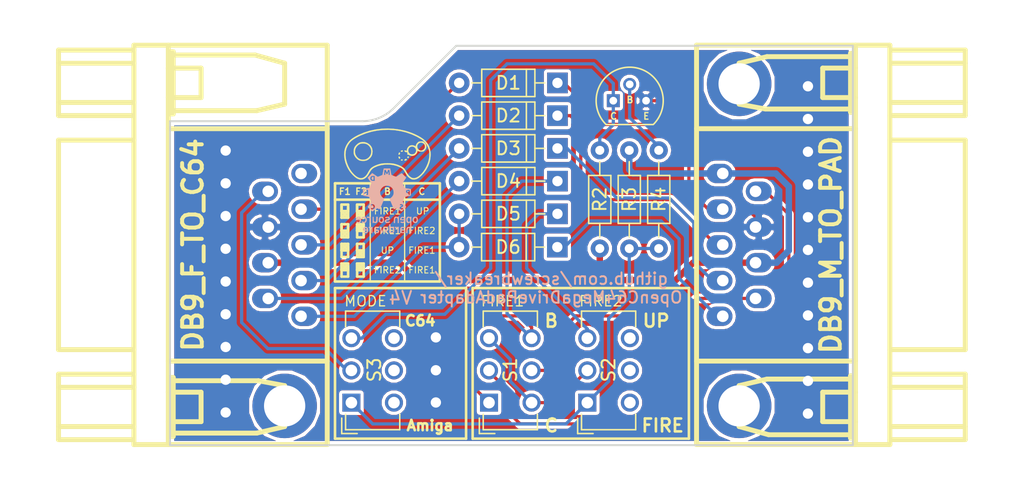
<source format=kicad_pcb>
(kicad_pcb (version 20171130) (host pcbnew 5.0.2-bee76a0~70~ubuntu16.04.1)
  (title_block (title OpenC64MegaDrivePadAdapter) (date 2019-01-07) (rev 4) (company screwbreaker))
  (layers (0 F.Cu signal) (31 B.Cu signal) (36 B.SilkS user) (37 F.SilkS user) (38 B.Mask user) (39 F.Mask user) (44 Edge.Cuts user))
  (net 0 "")
  (net 1 /up)
  (net 2 /down)
  (net 3 /left)
  (net 4 "Net-(D4-Pad1)")
  (net 5 /right)
  (net 6 "Net-(D5-Pad1)")
  (net 7 /fire)
  (net 8 +5V)
  (net 9 "Net-(Q1-Pad2)")
  (net 10 /md_up)
  (net 11 /md_c/~st)
  (net 12 /md_b/~a)
  (net 13 /pot_x)
  (net 14 /pot_y)
  (net 15 GND)
  (net 16 "Net-(Q1-Pad1)")
  (net 17 "Net-(S1-Pad3)")
  (net 18 "Net-(S2-Pad6)")
  (net 19 "Net-(S2-Pad5)")
  (net 20 "Net-(S2-Pad4)")
  (net 21 "Net-(R3-Pad1)")
  (net 22 "Net-(S3-Pad6)")
  (net 23 "Net-(S3-Pad5)")
  (net 24 "Net-(S3-Pad4)")
  (net 25 /md_left)
  (net 26 /md_right)
  (net 27 /md_down)
  (module OpenC64MegaDrivePadAdapter:LOGO (layer F.Cu) (at 151.892 96.774)
    (fp_text reference V1 hide)
    (fp_text value PAD_LOGO hide)
  )
  (module OpenC64MegaDrivePadAdapter:oshw (layer B.Cu) (at 151.8285 100.457 180)
    (fp_text reference V2 hide)
    (fp_text value OSHW hide)
  )
  (module Buttons_Switches_THT:SW_CuK_JS202011CQN_DPDT_Straight (layer F.Cu) (at 167.386 116.078 90)
    (fp_text reference S2 (at 2.54 1.651 90) (layer F.SilkS))
    (fp_text value JS202011CQN)
    (pad 6 thru_hole circle (at 5 3.3 90) (size 1.4 1.4) (drill 0.9) (layers *.Cu *.Mask) (net 18 "Net-(S2-Pad6)"))
    (pad 5 thru_hole circle (at 2.5 3.3 90) (size 1.4 1.4) (drill 0.9) (layers *.Cu *.Mask) (net 19 "Net-(S2-Pad5)"))
    (pad 4 thru_hole circle (at 0 3.3 90) (size 1.4 1.4) (drill 0.9) (layers *.Cu *.Mask) (net 20 "Net-(S2-Pad4)"))
    (pad 3 thru_hole circle (at 5 0 90) (size 1.4 1.4) (drill 0.9) (layers *.Cu *.Mask) (net 6 "Net-(D5-Pad1)"))
    (pad 2 thru_hole circle (at 2.5 0 90) (size 1.4 1.4) (drill 0.9) (layers *.Cu *.Mask) (net 17 "Net-(S1-Pad3)"))
    (pad 1 thru_hole rect (at 0 0 90) (size 1.4 1.4) (drill 0.9) (layers *.Cu *.Mask) (net 21 "Net-(R3-Pad1)"))
  )
  (module Buttons_Switches_THT:SW_CuK_JS202011CQN_DPDT_Straight (layer F.Cu) (at 149.098 116.078 90)
    (fp_text reference S3 (at 2.54 1.778 90) (layer F.SilkS))
    (fp_text value JS202011CQN)
    (pad 6 thru_hole circle (at 5 3.3 90) (size 1.4 1.4) (drill 0.9) (layers *.Cu *.Mask) (net 22 "Net-(S3-Pad6)"))
    (pad 5 thru_hole circle (at 2.5 3.3 90) (size 1.4 1.4) (drill 0.9) (layers *.Cu *.Mask) (net 23 "Net-(S3-Pad5)"))
    (pad 4 thru_hole circle (at 0 3.3 90) (size 1.4 1.4) (drill 0.9) (layers *.Cu *.Mask) (net 24 "Net-(S3-Pad4)"))
    (pad 3 thru_hole circle (at 5 0 90) (size 1.4 1.4) (drill 0.9) (layers *.Cu *.Mask) (net 16 "Net-(Q1-Pad1)"))
    (pad 2 thru_hole circle (at 2.5 0 90) (size 1.4 1.4) (drill 0.9) (layers *.Cu *.Mask) (net 13 /pot_x))
    (pad 1 thru_hole rect (at 0 0 90) (size 1.4 1.4) (drill 0.9) (layers *.Cu *.Mask) (net 21 "Net-(R3-Pad1)"))
  )
  (module Buttons_Switches_THT:SW_CuK_JS202011CQN_DPDT_Straight (layer F.Cu) (at 159.766 116.078 90)
    (fp_text reference S1 (at 2.54 1.651 90) (layer F.SilkS))
    (fp_text value JS202011CQN)
    (pad 6 thru_hole circle (at 5 3.3 90) (size 1.4 1.4) (drill 0.9) (layers *.Cu *.Mask) (net 4 "Net-(D4-Pad1)"))
    (pad 5 thru_hole circle (at 2.5 3.3 90) (size 1.4 1.4) (drill 0.9) (layers *.Cu *.Mask) (net 12 /md_b/~a))
    (pad 4 thru_hole circle (at 0 3.3 90) (size 1.4 1.4) (drill 0.9) (layers *.Cu *.Mask) (net 17 "Net-(S1-Pad3)"))
    (pad 3 thru_hole circle (at 5 0 90) (size 1.4 1.4) (drill 0.9) (layers *.Cu *.Mask) (net 17 "Net-(S1-Pad3)"))
    (pad 2 thru_hole circle (at 2.5 0 90) (size 1.4 1.4) (drill 0.9) (layers *.Cu *.Mask) (net 11 /md_c/~st))
    (pad 1 thru_hole rect (at 0 0 90) (size 1.4 1.4) (drill 0.9) (layers *.Cu *.Mask) (net 4 "Net-(D4-Pad1)"))
  )
  (module Diodes_THT:D_DO-35_SOD27_P7.62mm_Horizontal (layer F.Cu) (at 165.06 104.01 180)
    (fp_text reference D6 (at 3.81 0 180) (layer F.SilkS))
    (fp_text value 1N4148)
    (pad 2 thru_hole oval (at 7.62 0 180) (size 1.6 1.6) (drill 0.8) (layers *.Cu *.Mask) (net 1 /up))
    (pad 1 thru_hole rect (at 0 0 180) (size 1.6 1.6) (drill 0.8) (layers *.Cu *.Mask) (net 10 /md_up))
  )
  (module Resistors_THT:R_Axial_DIN0204_L3.6mm_D1.6mm_P7.62mm_Horizontal (layer F.Cu) (at 170.638 104.12 90)
    (fp_text reference R3 (at 3.81 0 90) (layer F.SilkS))
    (fp_text value 10k)
    (pad 1 thru_hole circle (at 0 0 90) (size 1.4 1.4) (drill 0.7) (layers *.Cu *.Mask) (net 21 "Net-(R3-Pad1)"))
    (pad 2 thru_hole oval (at 7.62 0 90) (size 1.4 1.4) (drill 0.7) (layers *.Cu *.Mask) (net 8 +5V))
  )
  (module Diodes_THT:D_DO-35_SOD27_P7.62mm_Horizontal (layer F.Cu) (at 165.072 91.27 180)
    (fp_text reference D1 (at 3.81 0 180) (layer F.SilkS))
    (fp_text value 1N4148)
    (pad 1 thru_hole rect (at 0 0 180) (size 1.6 1.6) (drill 0.8) (layers *.Cu *.Mask) (net 26 /md_right))
    (pad 2 thru_hole oval (at 7.62 0 180) (size 1.6 1.6) (drill 0.8) (layers *.Cu *.Mask) (net 5 /right))
  )
  (module Diodes_THT:D_DO-35_SOD27_P7.62mm_Horizontal (layer F.Cu) (at 165.072 93.81 180)
    (fp_text reference D2 (at 3.81 0 180) (layer F.SilkS))
    (fp_text value 1N4148)
    (pad 1 thru_hole rect (at 0 0 180) (size 1.6 1.6) (drill 0.8) (layers *.Cu *.Mask) (net 25 /md_left))
    (pad 2 thru_hole oval (at 7.62 0 180) (size 1.6 1.6) (drill 0.8) (layers *.Cu *.Mask) (net 3 /left))
  )
  (module Diodes_THT:D_DO-35_SOD27_P7.62mm_Horizontal (layer F.Cu) (at 165.072 96.35 180)
    (fp_text reference D3 (at 3.81 0 180) (layer F.SilkS))
    (fp_text value 1N4148)
    (pad 1 thru_hole rect (at 0 0 180) (size 1.6 1.6) (drill 0.8) (layers *.Cu *.Mask) (net 27 /md_down))
    (pad 2 thru_hole oval (at 7.62 0 180) (size 1.6 1.6) (drill 0.8) (layers *.Cu *.Mask) (net 2 /down))
  )
  (module Diodes_THT:D_DO-35_SOD27_P7.62mm_Horizontal (layer F.Cu) (at 165.072 101.43 180)
    (fp_text reference D5 (at 3.81 0 180) (layer F.SilkS))
    (fp_text value 1N4148)
    (pad 1 thru_hole rect (at 0 0 180) (size 1.6 1.6) (drill 0.8) (layers *.Cu *.Mask) (net 6 "Net-(D5-Pad1)"))
    (pad 2 thru_hole oval (at 7.62 0 180) (size 1.6 1.6) (drill 0.8) (layers *.Cu *.Mask) (net 1 /up))
  )
  (module Diodes_THT:D_DO-35_SOD27_P7.62mm_Horizontal (layer F.Cu) (at 165.072 98.89 180)
    (fp_text reference D4 (at 3.81 0 180) (layer F.SilkS))
    (fp_text value 1N4148)
    (pad 1 thru_hole rect (at 0 0 180) (size 1.6 1.6) (drill 0.8) (layers *.Cu *.Mask) (net 4 "Net-(D4-Pad1)"))
    (pad 2 thru_hole oval (at 7.62 0 180) (size 1.6 1.6) (drill 0.8) (layers *.Cu *.Mask) (net 7 /fire))
  )
  (module TO_SOT_Packages_THT:TO-92_Molded_Narrow (layer F.Cu) (at 169.4 92.65)
    (fp_text reference Q1 hide)
    (fp_text value BC547)
    (pad 2 thru_hole circle (at 1.27 -1.27 90) (size 1 1) (drill 0.6) (layers *.Cu *.Mask) (net 9 "Net-(Q1-Pad2)"))
    (pad 3 thru_hole circle (at 2.54 0 90) (size 1 1) (drill 0.6) (layers *.Cu *.Mask) (net 15 GND))
    (pad 1 thru_hole rect (at 0 0 90) (size 1 1) (drill 0.6) (layers *.Cu *.Mask) (net 16 "Net-(Q1-Pad1)"))
  )
  (module Resistors_THT:R_Axial_DIN0204_L3.6mm_D1.6mm_P7.62mm_Horizontal (layer F.Cu) (at 168.352 104.12 90)
    (fp_text reference R2 (at 3.81 0 90) (layer F.SilkS))
    (fp_text value 2.2k)
    (pad 1 thru_hole circle (at 0 0 90) (size 1.4 1.4) (drill 0.7) (layers *.Cu *.Mask) (net 8 +5V))
    (pad 2 thru_hole oval (at 7.62 0 90) (size 1.4 1.4) (drill 0.7) (layers *.Cu *.Mask) (net 16 "Net-(Q1-Pad1)"))
  )
  (module Resistors_THT:R_Axial_DIN0204_L3.6mm_D1.6mm_P7.62mm_Horizontal (layer F.Cu) (at 172.924 104.12 90)
    (fp_text reference R4 (at 3.81 0 90) (layer F.SilkS))
    (fp_text value 100k)
    (pad 1 thru_hole circle (at 0 0 90) (size 1.4 1.4) (drill 0.7) (layers *.Cu *.Mask) (net 21 "Net-(R3-Pad1)"))
    (pad 2 thru_hole oval (at 7.62 0 90) (size 1.4 1.4) (drill 0.7) (layers *.Cu *.Mask) (net 9 "Net-(Q1-Pad2)"))
  )
  (module db9:DB_9F (layer F.Cu) (at 136.812 103.83774 270)
    (fp_text reference J10)
    (fp_text value DB9_F_TO_C64 (at 0 0 270) (layer F.SilkS) (effects (font (size 1.524 1.524) (thickness 0.3048))))
    (pad "" thru_hole circle (at 12.49426 -7.112 270) (size 5.00126 5.00126) (drill 3.2004) (layers *.Cu *.Mask))
    (pad 3 thru_hole oval (at 0 -8.382 270) (size 1.50114 1.99898) (drill 0.89916 (offset 0 -0.24892)) (layers *.Cu *.Mask) (net 3 /left))
    (pad 2 thru_hole oval (at 2.77114 -8.382 270) (size 1.50114 1.99898) (drill 0.89916 (offset 0 -0.24892)) (layers *.Cu *.Mask) (net 2 /down))
    (pad 1 thru_hole oval (at 5.53974 -8.382 270) (size 1.50114 1.99898) (drill 0.89916 (offset 0 -0.24892)) (layers *.Cu *.Mask) (net 1 /up))
    (pad 4 thru_hole oval (at -2.77114 -8.382 270) (size 1.50114 1.99898) (drill 0.89916 (offset 0 -0.24892)) (layers *.Cu *.Mask) (net 5 /right))
    (pad 5 thru_hole oval (at -5.53974 -8.382 270) (size 1.50114 1.99898) (drill 0.89916 (offset 0 -0.24892)) (layers *.Cu *.Mask) (net 14 /pot_y))
    (pad 9 thru_hole oval (at -4.15544 -5.842 270) (size 1.50114 1.99898) (drill 0.89916 (offset 0 0.24892)) (layers *.Cu *.Mask) (net 13 /pot_x))
    (pad 8 thru_hole oval (at -1.3843 -5.842 270) (size 1.50114 1.99898) (drill 0.89916 (offset 0 0.24892)) (layers *.Cu *.Mask) (net 15 GND))
    (pad 7 thru_hole oval (at 1.3843 -5.842 270) (size 1.50114 1.99898) (drill 0.89916 (offset 0 0.24892)) (layers *.Cu *.Mask) (net 8 +5V))
    (pad 6 thru_hole oval (at 4.15544 -5.842 270) (size 1.50114 1.99898) (drill 0.89916 (offset 0 0.24892)) (layers *.Cu *.Mask) (net 7 /fire))
  )
  (module w_conn_d-sub:DB_9M (layer F.Cu) (at 186.266 103.8363 90)
    (fp_text reference J20)
    (fp_text value DB9_M_TO_PAD (at 0 0 90) (layer F.SilkS) (effects (font (size 1.524 1.524) (thickness 0.3048))))
    (pad "" thru_hole circle (at -12.49426 -7.112 90) (size 5.00126 5.00126) (drill 3.2004) (layers *.Cu *.Mask))
    (pad 9 thru_hole oval (at 4.15544 -5.842 90) (size 1.50114 1.99898) (drill 0.89916 (offset 0 0.24892)) (layers *.Cu *.Mask) (net 11 /md_c/~st))
    (pad 8 thru_hole oval (at 1.3843 -5.842 90) (size 1.50114 1.99898) (drill 0.89916 (offset 0 0.24892)) (layers *.Cu *.Mask) (net 15 GND))
    (pad 7 thru_hole oval (at -1.3843 -5.842 90) (size 1.50114 1.99898) (drill 0.89916 (offset 0 0.24892)) (layers *.Cu *.Mask) (net 8 +5V))
    (pad 6 thru_hole oval (at -4.15544 -5.842 90) (size 1.50114 1.99898) (drill 0.89916 (offset 0 0.24892)) (layers *.Cu *.Mask) (net 12 /md_b/~a))
    (pad 1 thru_hole oval (at -5.53974 -8.382 90) (size 1.50114 1.99898) (drill 0.89916 (offset 0 -0.24892)) (layers *.Cu *.Mask) (net 10 /md_up))
    (pad 2 thru_hole oval (at -2.77114 -8.382 90) (size 1.50114 1.99898) (drill 0.89916 (offset 0 -0.24892)) (layers *.Cu *.Mask) (net 27 /md_down))
    (pad 5 thru_hole oval (at 5.53974 -8.382 90) (size 1.50114 1.99898) (drill 0.89916 (offset 0 -0.24892)) (layers *.Cu *.Mask) (net 8 +5V))
    (pad 4 thru_hole oval (at 2.77114 -8.382 90) (size 1.50114 1.99898) (drill 0.89916 (offset 0 -0.24892)) (layers *.Cu *.Mask) (net 26 /md_right))
    (pad 3 thru_hole oval (at 0 -8.382 90) (size 1.50114 1.99898) (drill 0.89916 (offset 0 -0.24892)) (layers *.Cu *.Mask) (net 25 /md_left))
    (pad "" thru_hole circle (at 12.49426 -7.112 90) (size 5.00126 5.00126) (drill 3.2004) (layers *.Cu *.Mask))
  )
  (gr_text FIRE2 (at 151.892 105.791) (layer F.SilkS) (effects (font (size 0.5 0.5) (thickness 0.075))))
  (gr_text FIRE1 (at 154.559 105.791) (layer F.SilkS) (effects (font (size 0.5 0.5) (thickness 0.075))))
  (gr_text UP (at 151.892 104.267) (layer F.SilkS) (effects (font (size 0.5 0.5) (thickness 0.075))))
  (gr_text FIRE1 (at 154.559 104.267) (layer F.SilkS) (effects (font (size 0.5 0.5) (thickness 0.075))))
  (gr_text FIRE2 (at 154.559 102.743) (layer F.SilkS) (effects (font (size 0.5 0.5) (thickness 0.075))))
  (gr_text FIRE1 (at 151.892 102.743) (layer F.SilkS) (effects (font (size 0.5 0.5) (thickness 0.075))))
  (gr_text UP (at 154.6225 101.219) (layer F.SilkS) (effects (font (size 0.5 0.5) (thickness 0.075))))
  (gr_text FIRE1 (at 151.892 101.219) (layer F.SilkS) (effects (font (size 0.5 0.5) (thickness 0.075))))
  (gr_line (start 153.2255 99.06) (end 153.2255 106.68) (layer F.SilkS) (width 0.1))
  (gr_line (start 149.5425 101.219) (end 150.0505 101.727) (layer F.SilkS) (width 0.2))
  (gr_line (start 149.6695 101.6) (end 150.0505 101.219) (layer F.SilkS) (width 0.2))
  (gr_line (start 148.336 101.219) (end 148.844 101.727) (layer F.SilkS) (width 0.2))
  (gr_line (start 148.844 101.219) (end 148.336 101.727) (layer F.SilkS) (width 0.2))
  (gr_line (start 148.336 102.743) (end 148.844 103.251) (layer F.SilkS) (width 0.2))
  (gr_line (start 148.844 102.743) (end 148.336 103.251) (layer F.SilkS) (width 0.2))
  (gr_line (start 148.336 104.267) (end 148.844 103.759) (layer F.SilkS) (width 0.2))
  (gr_line (start 148.844 104.267) (end 148.336 103.759) (layer F.SilkS) (width 0.2))
  (gr_line (start 150.0505 104.775) (end 149.5425 104.267) (layer F.SilkS) (width 0.2))
  (gr_line (start 149.5425 104.775) (end 150.0505 104.267) (layer F.SilkS) (width 0.2))
  (gr_line (start 150.0505 104.775) (end 149.6695 104.775) (layer F.SilkS) (width 0.2))
  (gr_line (start 148.844 101.219) (end 148.336 101.219) (layer F.SilkS) (width 0.2))
  (gr_line (start 149.5425 101.727) (end 150.0505 101.727) (layer F.SilkS) (width 0.2))
  (gr_line (start 150.0505 101.727) (end 150.0505 100.711) (layer F.SilkS) (width 0.2))
  (gr_line (start 150.0505 100.711) (end 149.7965 100.711) (layer F.SilkS) (width 0.2))
  (gr_line (start 150.0505 101.219) (end 150.0505 100.965) (layer F.SilkS) (width 0.2))
  (gr_line (start 149.5425 100.711) (end 149.5425 101.727) (layer F.SilkS) (width 0.2))
  (gr_line (start 148.336 101.219) (end 148.844 101.219) (layer F.SilkS) (width 0.2))
  (gr_line (start 148.844 101.727) (end 148.844 100.711) (layer F.SilkS) (width 0.2))
  (gr_line (start 150.0505 101.219) (end 149.5425 101.219) (layer F.SilkS) (width 0.2))
  (gr_line (start 148.844 101.219) (end 148.844 100.965) (layer F.SilkS) (width 0.2))
  (gr_line (start 148.336 100.711) (end 148.336 101.219) (layer F.SilkS) (width 0.2))
  (gr_line (start 148.336 101.727) (end 148.844 101.727) (layer F.SilkS) (width 0.2))
  (gr_line (start 149.5425 100.711) (end 149.5425 101.219) (layer F.SilkS) (width 0.2))
  (gr_line (start 148.844 100.711) (end 148.59 100.711) (layer F.SilkS) (width 0.2))
  (gr_line (start 148.336 100.711) (end 148.336 101.727) (layer F.SilkS) (width 0.2))
  (gr_line (start 148.59 100.711) (end 148.336 100.711) (layer F.SilkS) (width 0.2))
  (gr_line (start 149.7965 100.711) (end 149.5425 100.711) (layer F.SilkS) (width 0.2))
  (gr_line (start 149.5425 101.219) (end 150.0505 101.219) (layer F.SilkS) (width 0.2))
  (gr_line (start 148.59 102.235) (end 148.336 102.235) (layer F.SilkS) (width 0.2))
  (gr_line (start 149.5425 102.743) (end 150.0505 102.743) (layer F.SilkS) (width 0.2))
  (gr_line (start 148.336 102.235) (end 148.336 102.743) (layer F.SilkS) (width 0.2))
  (gr_line (start 148.844 102.743) (end 148.844 102.489) (layer F.SilkS) (width 0.2))
  (gr_line (start 149.5425 102.235) (end 150.0505 102.743) (layer F.SilkS) (width 0.2))
  (gr_line (start 148.844 102.743) (end 148.336 102.743) (layer F.SilkS) (width 0.2))
  (gr_line (start 150.0505 103.251) (end 150.0505 102.235) (layer F.SilkS) (width 0.2))
  (gr_line (start 149.5425 102.235) (end 149.5425 103.251) (layer F.SilkS) (width 0.2))
  (gr_line (start 148.336 102.235) (end 148.336 103.251) (layer F.SilkS) (width 0.2))
  (gr_line (start 149.5425 102.743) (end 150.0505 102.235) (layer F.SilkS) (width 0.2))
  (gr_line (start 150.0505 102.743) (end 149.5425 102.743) (layer F.SilkS) (width 0.2))
  (gr_line (start 149.5425 102.235) (end 149.5425 102.743) (layer F.SilkS) (width 0.2))
  (gr_line (start 148.336 102.743) (end 148.844 102.743) (layer F.SilkS) (width 0.2))
  (gr_line (start 148.336 103.251) (end 148.844 103.251) (layer F.SilkS) (width 0.2))
  (gr_line (start 149.7965 102.235) (end 149.5425 102.235) (layer F.SilkS) (width 0.2))
  (gr_line (start 148.844 102.235) (end 148.59 102.235) (layer F.SilkS) (width 0.2))
  (gr_line (start 149.5425 103.251) (end 150.0505 103.251) (layer F.SilkS) (width 0.2))
  (gr_line (start 148.844 103.251) (end 148.844 102.235) (layer F.SilkS) (width 0.2))
  (gr_line (start 150.0505 102.743) (end 150.0505 102.489) (layer F.SilkS) (width 0.2))
  (gr_line (start 150.0505 102.235) (end 149.7965 102.235) (layer F.SilkS) (width 0.2))
  (gr_line (start 148.844 103.759) (end 148.59 103.759) (layer F.SilkS) (width 0.2))
  (gr_line (start 148.59 103.759) (end 148.336 103.759) (layer F.SilkS) (width 0.2))
  (gr_line (start 150.0505 104.267) (end 149.5425 104.267) (layer F.SilkS) (width 0.2))
  (gr_line (start 149.5425 103.759) (end 149.5425 104.267) (layer F.SilkS) (width 0.2))
  (gr_line (start 148.844 104.775) (end 148.844 103.759) (layer F.SilkS) (width 0.2))
  (gr_line (start 150.0505 104.775) (end 150.0505 103.759) (layer F.SilkS) (width 0.2))
  (gr_line (start 148.336 104.775) (end 148.844 104.775) (layer F.SilkS) (width 0.2))
  (gr_line (start 149.5425 103.759) (end 149.5425 104.775) (layer F.SilkS) (width 0.2))
  (gr_line (start 148.844 104.267) (end 148.336 104.267) (layer F.SilkS) (width 0.2))
  (gr_line (start 148.336 103.759) (end 148.336 104.775) (layer F.SilkS) (width 0.2))
  (gr_line (start 149.5425 104.267) (end 150.0505 104.267) (layer F.SilkS) (width 0.2))
  (gr_line (start 148.336 104.267) (end 148.844 104.267) (layer F.SilkS) (width 0.2))
  (gr_line (start 148.336 103.759) (end 148.336 104.267) (layer F.SilkS) (width 0.2))
  (gr_line (start 150.0505 103.759) (end 149.7965 103.759) (layer F.SilkS) (width 0.2))
  (gr_line (start 149.5425 104.775) (end 150.0505 104.775) (layer F.SilkS) (width 0.2))
  (gr_line (start 149.7965 103.759) (end 149.5425 103.759) (layer F.SilkS) (width 0.2))
  (gr_line (start 148.844 104.267) (end 148.844 104.013) (layer F.SilkS) (width 0.2))
  (gr_line (start 150.0505 104.267) (end 150.0505 104.013) (layer F.SilkS) (width 0.2))
  (gr_line (start 150.0505 105.283) (end 149.7965 105.283) (layer F.SilkS) (width 0.2))
  (gr_line (start 149.7965 105.283) (end 149.5425 105.283) (layer F.SilkS) (width 0.2))
  (gr_line (start 150.0505 106.299) (end 150.0505 105.283) (layer F.SilkS) (width 0.2))
  (gr_line (start 149.5425 105.791) (end 150.0505 105.283) (layer F.SilkS) (width 0.2))
  (gr_line (start 149.5425 105.283) (end 150.0505 105.791) (layer F.SilkS) (width 0.2))
  (gr_line (start 149.5425 106.299) (end 150.0505 106.299) (layer F.SilkS) (width 0.2))
  (gr_line (start 150.0505 105.791) (end 149.5425 105.791) (layer F.SilkS) (width 0.2))
  (gr_line (start 149.5425 105.283) (end 149.5425 106.299) (layer F.SilkS) (width 0.2))
  (gr_line (start 149.5425 105.791) (end 150.0505 105.791) (layer F.SilkS) (width 0.2))
  (gr_line (start 149.5425 105.283) (end 149.5425 105.791) (layer F.SilkS) (width 0.2))
  (gr_line (start 150.0505 105.791) (end 150.0505 105.537) (layer F.SilkS) (width 0.2))
  (gr_line (start 148.336 105.791) (end 148.844 105.283) (layer F.SilkS) (width 0.2))
  (gr_line (start 148.844 105.791) (end 148.336 105.791) (layer F.SilkS) (width 0.2))
  (gr_line (start 148.336 105.283) (end 148.844 105.791) (layer F.SilkS) (width 0.2))
  (gr_line (start 148.844 105.791) (end 148.844 105.537) (layer F.SilkS) (width 0.2))
  (gr_line (start 148.336 105.791) (end 148.844 105.791) (layer F.SilkS) (width 0.2))
  (gr_line (start 148.336 105.283) (end 148.336 105.791) (layer F.SilkS) (width 0.2))
  (gr_line (start 148.59 105.283) (end 148.336 105.283) (layer F.SilkS) (width 0.2))
  (gr_line (start 148.844 105.283) (end 148.59 105.283) (layer F.SilkS) (width 0.2))
  (gr_line (start 148.844 106.299) (end 148.844 105.283) (layer F.SilkS) (width 0.2))
  (gr_line (start 148.336 106.299) (end 148.844 106.299) (layer F.SilkS) (width 0.2))
  (gr_line (start 148.336 105.283) (end 148.336 106.299) (layer F.SilkS) (width 0.2))
  (gr_line (start 147.828 100.33) (end 155.956 100.33) (layer F.SilkS) (width 0.2))
  (gr_line (start 150.5585 99.06) (end 150.5585 106.68) (layer F.SilkS) (width 0.1))
  (gr_text C (at 154.559 99.695) (layer F.SilkS) (effects (font (size 0.5 0.5) (thickness 0.1))))
  (gr_text B (at 151.892 99.695) (layer F.SilkS) (effects (font (size 0.5 0.5) (thickness 0.1))))
  (gr_text F2 (at 149.86 99.695) (layer F.SilkS) (effects (font (size 0.5 0.5) (thickness 0.1))))
  (gr_text F1 (at 148.59 99.695) (layer F.SilkS) (effects (font (size 0.5 0.5) (thickness 0.1))))
  (gr_line (start 147.828 106.68) (end 147.828 99.06) (layer F.SilkS) (width 0.2))
  (gr_line (start 155.956 106.68) (end 147.828 106.68) (layer F.SilkS) (width 0.2))
  (gr_line (start 155.956 99.06) (end 155.956 106.68) (layer F.SilkS) (width 0.2))
  (gr_line (start 147.828 99.06) (end 155.956 99.06) (layer F.SilkS) (width 0.2))
  (gr_text E (at 171.958 93.853) (layer F.SilkS) (effects (font (size 0.5 0.5) (thickness 0.1))))
  (gr_text B (at 170.688 92.583) (layer F.SilkS) (effects (font (size 0.5 0.5) (thickness 0.1))))
  (gr_text C (at 169.418 93.853) (layer F.SilkS) (effects (font (size 0.5 0.5) (thickness 0.1))))
  (gr_text MODE (at 151.892 108.204) (layer F.SilkS) (effects (font (size 0.8 0.8) (thickness 0.1)) (justify right)))
  (gr_text Amiga (at 155.194 117.856) (layer F.SilkS) (effects (font (size 0.8 0.8) (thickness 0.2))))
  (gr_text C64 (at 154.432 109.728) (layer F.SilkS) (effects (font (size 0.8 0.8) (thickness 0.2))))
  (gr_line (start 157.988 107.188) (end 147.828 107.188) (layer F.SilkS) (width 0.2))
  (gr_line (start 157.988 118.872) (end 157.988 107.188) (layer F.SilkS) (width 0.2))
  (gr_line (start 147.828 118.872) (end 157.988 118.872) (layer F.SilkS) (width 0.2))
  (gr_line (start 147.828 107.188) (end 147.828 118.872) (layer F.SilkS) (width 0.2))
  (gr_text "FIRE\n" (at 173.228 117.856) (layer F.SilkS) (effects (font (size 1 1) (thickness 0.2))))
  (gr_text UP (at 172.72 109.728) (layer F.SilkS) (effects (font (size 1 1) (thickness 0.2))))
  (gr_text FIRE2 (at 170.18 108.204) (layer F.SilkS) (effects (font (size 0.8 0.8) (thickness 0.1)) (justify right)))
  (gr_text C (at 164.592 117.856) (layer F.SilkS) (effects (font (size 1 1) (thickness 0.2))))
  (gr_text B (at 164.592 109.728) (layer F.SilkS) (effects (font (size 1 1) (thickness 0.2))))
  (gr_text FIRE1 (at 162.56 108.204) (layer F.SilkS) (effects (font (size 0.8 0.8) (thickness 0.1)) (justify right)))
  (gr_line (start 175.26 107.188) (end 158.496 107.188) (layer F.SilkS) (width 0.2))
  (gr_line (start 175.26 118.872) (end 175.26 107.188) (layer F.SilkS) (width 0.2))
  (gr_line (start 158.496 118.872) (end 175.26 118.872) (layer F.SilkS) (width 0.2))
  (gr_line (start 158.496 107.188) (end 158.496 118.872) (layer F.SilkS) (width 0.2))
  (gr_arc (start 149.943081 90.793081) (end 149.96 94.24) (angle -42.94504175) (layer Edge.Cuts) (width 0.15))
  (gr_line (start 152.304998 93.305002) (end 157.22 88.39) (layer Edge.Cuts) (width 0.15))
  (gr_line (start 157.219999 88.39) (end 187.97 88.39) (layer Edge.Cuts) (width 0.15))
  (gr_line (start 135.04 94.24) (end 149.96 94.24) (layer Edge.Cuts) (width 0.15))
  (gr_text V4 (at 152.908 107.95) (layer B.SilkS) (effects (font (size 1 1)) (justify mirror)))
  (gr_text "github.com/screwbreaker/\nOpenC64MegaDrivePadAdapter" (at 164.592 107.188) (layer B.SilkS) (effects (font (size 0.9 0.9)) (justify mirror)))
  (gr_line (start 135.04 119.38) (end 135.04 94.24) (layer Edge.Cuts) (width 0.15))
  (gr_line (start 187.97 119.38) (end 135.04 119.38) (layer Edge.Cuts) (width 0.15))
  (gr_line (start 187.97 88.389999) (end 187.97 119.38) (layer Edge.Cuts) (width 0.15))
  (segment (start 154.689 104.01) (end 149.32152 109.37748) (width 0.25) (layer B.Cu) (net 1))
  (segment (start 149.32152 109.37748) (end 145.194 109.37748) (width 0.25) (layer B.Cu) (net 1))
  (segment (start 157.44 104.01) (end 154.689 104.01) (width 0.25) (layer B.Cu) (net 1))
  (segment (start 157.452 103.998) (end 157.44 104.01) (width 0.25) (layer B.Cu) (net 1))
  (segment (start 157.452 101.43) (end 157.452 103.998) (width 0.25) (layer B.Cu) (net 1))
  (segment (start 147.19312 106.60888) (end 157.452 96.35) (width 0.25) (layer B.Cu) (net 2))
  (segment (start 145.194 106.60888) (end 147.19312 106.60888) (width 0.25) (layer B.Cu) (net 2))
  (segment (start 146.35226 103.83774) (end 145.194 103.83774) (width 0.25) (layer B.Cu) (net 3))
  (segment (start 147.42426 103.83774) (end 157.452 93.81) (width 0.25) (layer B.Cu) (net 3))
  (segment (start 145.194 103.83774) (end 147.42426 103.83774) (width 0.25) (layer B.Cu) (net 3))
  (segment (start 161.163 100.033) (end 162.306 98.89) (width 0.25) (layer B.Cu) (net 4))
  (segment (start 161.163 109.175) (end 161.163 100.033) (width 0.25) (layer B.Cu) (net 4))
  (segment (start 163.066 111.078) (end 161.163 109.175) (width 0.25) (layer B.Cu) (net 4))
  (segment (start 158.242 114.554) (end 159.766 116.078) (width 0.25) (layer F.Cu) (net 4))
  (segment (start 159.131 109.347) (end 158.242 110.236) (width 0.25) (layer F.Cu) (net 4))
  (segment (start 162.179 109.347) (end 159.131 109.347) (width 0.25) (layer F.Cu) (net 4))
  (segment (start 158.242 110.236) (end 158.242 114.554) (width 0.25) (layer F.Cu) (net 4))
  (segment (start 163.066 110.234) (end 162.179 109.347) (width 0.25) (layer F.Cu) (net 4))
  (segment (start 163.066 111.078) (end 163.066 110.234) (width 0.25) (layer F.Cu) (net 4))
  (segment (start 162.306 98.89) (end 165.072 98.89) (width 0.25) (layer B.Cu) (net 4))
  (segment (start 157.452 91.27) (end 157.396 91.27) (width 0.25) (layer F.Cu) (net 5))
  (segment (start 147.5994 101.0666) (end 145.194 101.0666) (width 0.25) (layer F.Cu) (net 5))
  (segment (start 157.396 91.27) (end 147.5994 101.0666) (width 0.25) (layer F.Cu) (net 5))
  (segment (start 165.072 101.43) (end 164.306 101.43) (width 0.25) (layer B.Cu) (net 6))
  (segment (start 163.619 101.43) (end 162.687 102.362) (width 0.25) (layer B.Cu) (net 6))
  (segment (start 165.072 101.43) (end 163.619 101.43) (width 0.25) (layer B.Cu) (net 6))
  (segment (start 167.386 110.363) (end 162.687 105.664) (width 0.25) (layer B.Cu) (net 6))
  (segment (start 167.386 111.078) (end 167.386 110.363) (width 0.25) (layer B.Cu) (net 6))
  (segment (start 162.687 102.362) (end 162.687 105.664) (width 0.25) (layer B.Cu) (net 6))
  (segment (start 148.34882 107.99318) (end 157.452 98.89) (width 0.25) (layer B.Cu) (net 7))
  (segment (start 142.654 107.99318) (end 148.34882 107.99318) (width 0.25) (layer B.Cu) (net 7))
  (segment (start 177.884 98.29656) (end 170.94056 98.29656) (width 0.5) (layer B.Cu) (net 8))
  (segment (start 170.638 97.994) (end 170.638 96.5) (width 0.5) (layer B.Cu) (net 8))
  (segment (start 177.884 98.29656) (end 181.98956 98.29656) (width 0.5) (layer B.Cu) (net 8))
  (segment (start 181.98956 98.29656) (end 183.007 99.314) (width 0.5) (layer B.Cu) (net 8))
  (segment (start 182.0534 105.2206) (end 183.007 104.267) (width 0.5) (layer B.Cu) (net 8))
  (segment (start 180.424 105.2206) (end 182.0534 105.2206) (width 0.5) (layer B.Cu) (net 8))
  (segment (start 183.007 99.314) (end 183.007 104.267) (width 0.5) (layer B.Cu) (net 8))
  (segment (start 175.5894 105.2206) (end 180.424 105.2206) (width 0.5) (layer F.Cu) (net 8))
  (segment (start 174.24 106.57) (end 175.5894 105.2206) (width 0.5) (layer F.Cu) (net 8))
  (segment (start 152.82204 105.22204) (end 154.17 106.57) (width 0.5) (layer F.Cu) (net 8))
  (segment (start 142.654 105.22204) (end 152.82204 105.22204) (width 0.5) (layer F.Cu) (net 8))
  (segment (start 168.352 104.12) (end 168.352 106.393) (width 0.5) (layer F.Cu) (net 8))
  (segment (start 168.352 106.393) (end 168.529 106.57) (width 0.5) (layer F.Cu) (net 8))
  (segment (start 168.529 106.57) (end 154.17 106.57) (width 0.5) (layer F.Cu) (net 8))
  (segment (start 174.24 106.57) (end 168.529 106.57) (width 0.5) (layer F.Cu) (net 8))
  (segment (start 170.94056 98.29656) (end 170.638 97.994) (width 0.5) (layer B.Cu) (net 8))
  (segment (start 172.924 96.5) (end 172.924 96.216) (width 0.25) (layer B.Cu) (net 9))
  (segment (start 170.67 93.962) (end 170.67 91.38) (width 0.25) (layer B.Cu) (net 9))
  (segment (start 172.924 96.216) (end 170.67 93.962) (width 0.25) (layer B.Cu) (net 9))
  (segment (start 165.611 104.01) (end 165.06 104.01) (width 0.25) (layer B.Cu) (net 10))
  (segment (start 173.101 101.981) (end 167.64 101.981) (width 0.25) (layer B.Cu) (net 10))
  (segment (start 174.498 103.378) (end 173.101 101.981) (width 0.25) (layer B.Cu) (net 10))
  (segment (start 174.498 106.426) (end 174.498 103.378) (width 0.25) (layer B.Cu) (net 10))
  (segment (start 167.64 101.981) (end 165.611 104.01) (width 0.25) (layer B.Cu) (net 10))
  (segment (start 177.44804 109.37604) (end 174.498 106.426) (width 0.25) (layer B.Cu) (net 10))
  (segment (start 177.884 109.37604) (end 177.44804 109.37604) (width 0.25) (layer B.Cu) (net 10))
  (segment (start 180.424 99.68086) (end 181.21486 99.68086) (width 0.25) (layer F.Cu) (net 11))
  (segment (start 181.21486 99.68086) (end 183.007 101.473) (width 0.25) (layer F.Cu) (net 11))
  (segment (start 183.007 101.473) (end 183.007 109.093) (width 0.25) (layer F.Cu) (net 11))
  (segment (start 180.34 111.76) (end 183.007 109.093) (width 0.25) (layer F.Cu) (net 11))
  (segment (start 178.004439 111.76) (end 180.34 111.76) (width 0.25) (layer F.Cu) (net 11))
  (segment (start 178.004439 111.76) (end 174.067439 115.697) (width 0.25) (layer F.Cu) (net 11))
  (segment (start 159.766 113.665) (end 161.417 115.316) (width 0.25) (layer F.Cu) (net 11))
  (segment (start 159.766 113.578) (end 159.766 113.665) (width 0.25) (layer F.Cu) (net 11))
  (segment (start 161.417 116.967) (end 161.417 115.316) (width 0.25) (layer F.Cu) (net 11))
  (segment (start 172.156244 117.729) (end 172.537244 117.348) (width 0.25) (layer F.Cu) (net 11))
  (segment (start 162.179 117.729) (end 172.156244 117.729) (width 0.25) (layer F.Cu) (net 11))
  (segment (start 162.179 117.729) (end 161.417 116.967) (width 0.25) (layer F.Cu) (net 11))
  (segment (start 174.067439 115.697) (end 172.537244 117.348) (width 0.25) (layer F.Cu) (net 11))
  (segment (start 174.498 109.347) (end 175.85326 107.99174) (width 0.25) (layer F.Cu) (net 12))
  (segment (start 166.497 109.347) (end 174.498 109.347) (width 0.25) (layer F.Cu) (net 12))
  (segment (start 175.85326 107.99174) (end 180.424 107.99174) (width 0.25) (layer F.Cu) (net 12))
  (segment (start 163.066 113.578) (end 164.552 113.578) (width 0.25) (layer F.Cu) (net 12))
  (segment (start 164.552 113.578) (end 165.1 113.03) (width 0.25) (layer F.Cu) (net 12))
  (segment (start 165.1 113.03) (end 165.1 110.744) (width 0.25) (layer F.Cu) (net 12))
  (segment (start 165.1 110.744) (end 166.497 109.347) (width 0.25) (layer F.Cu) (net 12))
  (segment (start 142.2477 99.6823) (end 142.654 99.6823) (width 0.25) (layer B.Cu) (net 13))
  (segment (start 140.589 101.346) (end 142.2527 99.6823) (width 0.25) (layer B.Cu) (net 13))
  (segment (start 149.098 113.578) (end 148.757 113.578) (width 0.25) (layer B.Cu) (net 13))
  (segment (start 142.621 111.887) (end 140.589 109.855) (width 0.25) (layer B.Cu) (net 13))
  (segment (start 142.2527 99.6823) (end 142.654 99.6823) (width 0.25) (layer B.Cu) (net 13))
  (segment (start 140.589 109.855) (end 140.589 101.346) (width 0.25) (layer B.Cu) (net 13))
  (segment (start 148.757 113.578) (end 147.066 111.887) (width 0.25) (layer B.Cu) (net 13))
  (segment (start 147.066 111.887) (end 142.621 111.887) (width 0.25) (layer B.Cu) (net 13))
  (via (at 139.352 104.14) (size 1) (drill 0.8) (layers F.Cu B.Cu) (net 15))
  (via (at 139.352 106.68) (size 1) (drill 0.8) (layers F.Cu B.Cu) (net 15))
  (segment (start 139.352 104.14) (end 139.352 106.68) (width 0.5) (layer B.Cu) (net 15))
  (via (at 139.352 109.22) (size 1) (drill 0.8) (layers F.Cu B.Cu) (net 15))
  (segment (start 139.352 106.68) (end 139.352 109.22) (width 0.5) (layer F.Cu) (net 15))
  (segment (start 139.352 109.22) (end 139.352 111.76) (width 0.5) (layer B.Cu) (net 15))
  (via (at 139.352 111.76) (size 1) (drill 0.8) (layers F.Cu B.Cu) (net 15))
  (via (at 139.352 114.3) (size 1) (drill 0.8) (layers F.Cu B.Cu) (net 15))
  (segment (start 139.352 111.76) (end 139.352 114.3) (width 0.5) (layer F.Cu) (net 15))
  (segment (start 139.352 114.3) (end 139.352 116.84) (width 0.5) (layer B.Cu) (net 15))
  (via (at 139.352 116.84) (size 1) (drill 0.8) (layers F.Cu B.Cu) (net 15))
  (segment (start 140.462 112.87) (end 139.352 111.76) (width 0.1) (layer F.Cu) (net 15))
  (segment (start 147.828 117.729) (end 147.193 117.094) (width 0.1) (layer F.Cu) (net 15))
  (segment (start 147.193 117.094) (end 147.193 114.3) (width 0.1) (layer F.Cu) (net 15))
  (segment (start 145.763 112.87) (end 140.462 112.87) (width 0.1) (layer F.Cu) (net 15))
  (segment (start 147.193 114.3) (end 145.763 112.87) (width 0.1) (layer F.Cu) (net 15))
  (segment (start 154.2415 117.729) (end 147.828 117.729) (width 0.1) (layer F.Cu) (net 15))
  (via (at 155.646534 111.015448) (size 1) (drill 0.8) (layers F.Cu B.Cu) (net 15))
  (via (at 155.646534 113.565448) (size 1) (drill 0.8) (layers F.Cu B.Cu) (net 15))
  (segment (start 180.424 102.452) (end 180.424 101.704) (width 0.1) (layer F.Cu) (net 15))
  (segment (start 142.654 102.45344) (end 140.20544 102.45344) (width 0.5) (layer F.Cu) (net 15))
  (segment (start 140.20544 102.45344) (end 139.352 101.6) (width 0.5) (layer F.Cu) (net 15))
  (segment (start 184.488 114.39) (end 184.488 116.93) (width 0.5) (layer B.Cu) (net 15))
  (via (at 184.488 116.93) (size 1) (drill 0.8) (layers F.Cu B.Cu) (net 15))
  (segment (start 184.488 111.85) (end 184.488 114.39) (width 0.5) (layer F.Cu) (net 15))
  (via (at 184.488 114.39) (size 1) (drill 0.8) (layers F.Cu B.Cu) (net 15))
  (segment (start 184.488 109.31) (end 184.488 111.85) (width 0.5) (layer B.Cu) (net 15))
  (via (at 184.488 111.85) (size 1) (drill 0.8) (layers F.Cu B.Cu) (net 15))
  (segment (start 184.488 106.77) (end 184.488 109.31) (width 0.5) (layer F.Cu) (net 15))
  (via (at 184.488 109.31) (size 1) (drill 0.8) (layers F.Cu B.Cu) (net 15))
  (segment (start 184.488 104.23) (end 184.488 106.77) (width 0.5) (layer B.Cu) (net 15))
  (via (at 184.488 106.77) (size 1) (drill 0.8) (layers F.Cu B.Cu) (net 15))
  (segment (start 184.488 101.69) (end 184.488 104.23) (width 0.5) (layer F.Cu) (net 15))
  (via (at 184.488 104.23) (size 1) (drill 0.8) (layers F.Cu B.Cu) (net 15))
  (segment (start 184.488 99.15) (end 184.488 101.69) (width 0.5) (layer B.Cu) (net 15))
  (via (at 184.488 101.69) (size 1) (drill 0.8) (layers F.Cu B.Cu) (net 15))
  (segment (start 184.488 96.61) (end 184.488 99.15) (width 0.5) (layer F.Cu) (net 15))
  (via (at 184.488 99.15) (size 1) (drill 0.8) (layers F.Cu B.Cu) (net 15))
  (segment (start 184.488 94.07) (end 184.488 96.61) (width 0.5) (layer B.Cu) (net 15))
  (via (at 184.488 96.61) (size 1) (drill 0.8) (layers F.Cu B.Cu) (net 15))
  (segment (start 184.488 91.53) (end 184.488 94.07) (width 0.5) (layer F.Cu) (net 15))
  (via (at 184.488 94.07) (size 1) (drill 0.8) (layers F.Cu B.Cu) (net 15))
  (via (at 184.488 91.53) (size 1) (drill 0.8) (layers F.Cu B.Cu) (net 15))
  (via (at 139.352 96.52) (size 1) (drill 0.8) (layers F.Cu B.Cu) (net 15))
  (via (at 139.352 99.06) (size 1) (drill 0.8) (layers F.Cu B.Cu) (net 15))
  (segment (start 139.352 96.52) (end 139.352 99.06) (width 0.5) (layer F.Cu) (net 15))
  (via (at 139.352 101.6) (size 1) (drill 0.8) (layers F.Cu B.Cu) (net 15))
  (segment (start 139.352 99.06) (end 139.352 101.6) (width 0.5) (layer B.Cu) (net 15))
  (via (at 155.646534 116.065448) (size 1) (drill 0.8) (layers F.Cu B.Cu) (net 15))
  (segment (start 139.352 101.6) (end 139.352 104.14) (width 0.5) (layer F.Cu) (net 15))
  (segment (start 155.646534 113.565448) (end 155.646534 111.015448) (width 0.1) (layer F.Cu) (net 15))
  (segment (start 155.646534 116.323966) (end 154.2415 117.729) (width 0.1) (layer F.Cu) (net 15))
  (segment (start 155.646534 116.065448) (end 155.646534 113.565448) (width 0.1) (layer B.Cu) (net 15))
  (segment (start 184.488 94.07) (end 184.314 94.07) (width 0.25) (layer F.Cu) (net 15))
  (segment (start 184.314 94.07) (end 183.388 94.996) (width 0.25) (layer F.Cu) (net 15))
  (segment (start 183.388 94.996) (end 176.022 94.996) (width 0.25) (layer F.Cu) (net 15))
  (segment (start 180.758 96.61) (end 184.488 96.61) (width 0.25) (layer F.Cu) (net 15))
  (segment (start 180.424 102.452) (end 180.424 101.684) (width 0.25) (layer F.Cu) (net 15))
  (segment (start 180.424 101.684) (end 179.07 100.33) (width 0.25) (layer F.Cu) (net 15))
  (segment (start 179.07 100.33) (end 179.07 98.298) (width 0.25) (layer F.Cu) (net 15))
  (segment (start 179.07 98.298) (end 180.758 96.61) (width 0.25) (layer F.Cu) (net 15))
  (segment (start 173.676 92.65) (end 176.022 94.996) (width 0.25) (layer F.Cu) (net 15))
  (segment (start 171.94 92.65) (end 173.676 92.65) (width 0.25) (layer F.Cu) (net 15))
  (segment (start 155.646534 116.065448) (end 155.646534 116.323966) (width 0.1) (layer F.Cu) (net 15))
  (segment (start 169.4 94.506) (end 169.4 92.65) (width 0.25) (layer B.Cu) (net 16))
  (segment (start 168.352 95.554) (end 169.4 94.506) (width 0.25) (layer B.Cu) (net 16))
  (segment (start 169.4 91.313) (end 169.4 92.65) (width 0.25) (layer B.Cu) (net 16))
  (segment (start 159.893 91.059) (end 161.163 89.789) (width 0.25) (layer B.Cu) (net 16))
  (segment (start 167.876 89.789) (end 169.4 91.313) (width 0.25) (layer B.Cu) (net 16))
  (segment (start 159.893 105.664) (end 159.893 91.059) (width 0.25) (layer B.Cu) (net 16))
  (segment (start 161.163 89.789) (end 167.876 89.789) (width 0.25) (layer B.Cu) (net 16))
  (segment (start 156.337 109.22) (end 159.893 105.664) (width 0.25) (layer B.Cu) (net 16))
  (segment (start 151.765 109.22) (end 156.337 109.22) (width 0.25) (layer B.Cu) (net 16))
  (segment (start 149.907 111.078) (end 151.765 109.22) (width 0.25) (layer B.Cu) (net 16))
  (segment (start 149.098 111.078) (end 149.907 111.078) (width 0.25) (layer B.Cu) (net 16))
  (segment (start 168.352 96.5) (end 168.352 95.554) (width 0.25) (layer B.Cu) (net 16))
  (segment (start 164.886 116.078) (end 167.386 113.578) (width 0.25) (layer F.Cu) (net 17))
  (segment (start 163.066 116.078) (end 164.886 116.078) (width 0.25) (layer F.Cu) (net 17))
  (segment (start 163.066 116.078) (end 163.066 116.076) (width 0.25) (layer B.Cu) (net 17))
  (segment (start 163.066 116.076) (end 161.417 114.427) (width 0.25) (layer B.Cu) (net 17))
  (segment (start 161.417 112.729) (end 159.766 111.078) (width 0.25) (layer B.Cu) (net 17))
  (segment (start 161.417 114.427) (end 161.417 112.729) (width 0.25) (layer B.Cu) (net 17))
  (segment (start 172.924 104.12) (end 170.638 104.12) (width 0.25) (layer B.Cu) (net 21))
  (segment (start 150.749 117.729) (end 149.098 116.078) (width 0.25) (layer B.Cu) (net 21))
  (segment (start 169.037 109.551) (end 169.037 114.427) (width 0.25) (layer B.Cu) (net 21))
  (segment (start 170.638 104.12) (end 170.638 107.95) (width 0.25) (layer B.Cu) (net 21))
  (segment (start 170.638 107.95) (end 169.037 109.551) (width 0.25) (layer B.Cu) (net 21))
  (segment (start 165.735 117.729) (end 150.749 117.729) (width 0.25) (layer B.Cu) (net 21))
  (segment (start 169.037 114.427) (end 165.735 117.729) (width 0.25) (layer B.Cu) (net 21))
  (segment (start 166.073 93.81) (end 165.072 93.81) (width 0.25) (layer F.Cu) (net 25))
  (segment (start 166.878 98.679) (end 166.878 94.615) (width 0.25) (layer F.Cu) (net 25))
  (segment (start 168.529 100.33) (end 166.878 98.679) (width 0.25) (layer F.Cu) (net 25))
  (segment (start 173.863 100.33) (end 168.529 100.33) (width 0.25) (layer F.Cu) (net 25))
  (segment (start 177.3693 103.8363) (end 173.863 100.33) (width 0.25) (layer F.Cu) (net 25))
  (segment (start 166.878 94.615) (end 166.073 93.81) (width 0.25) (layer F.Cu) (net 25))
  (segment (start 177.884 103.8363) (end 177.3693 103.8363) (width 0.25) (layer F.Cu) (net 25))
  (segment (start 165.565 91.27) (end 168.783 94.488) (width 0.25) (layer F.Cu) (net 26))
  (segment (start 165.072 91.27) (end 165.565 91.27) (width 0.25) (layer F.Cu) (net 26))
  (segment (start 168.783 94.488) (end 173.482 94.488) (width 0.25) (layer F.Cu) (net 26))
  (segment (start 173.482 94.488) (end 175.26 96.266) (width 0.25) (layer F.Cu) (net 26))
  (segment (start 176.75716 101.06516) (end 175.26 99.568) (width 0.25) (layer F.Cu) (net 26))
  (segment (start 177.884 101.06516) (end 176.75716 101.06516) (width 0.25) (layer F.Cu) (net 26))
  (segment (start 175.26 96.266) (end 175.26 99.568) (width 0.25) (layer F.Cu) (net 26))
  (segment (start 177.884 106.60744) (end 177.64744 106.60744) (width 0.25) (layer B.Cu) (net 27))
  (segment (start 169.672 100.203) (end 165.819 96.35) (width 0.25) (layer B.Cu) (net 27))
  (segment (start 173.736 100.203) (end 169.672 100.203) (width 0.25) (layer B.Cu) (net 27))
  (segment (start 177.884 106.60744) (end 177.09244 106.60744) (width 0.25) (layer B.Cu) (net 27))
  (segment (start 175.641 105.156) (end 175.641 102.108) (width 0.25) (layer B.Cu) (net 27))
  (segment (start 165.819 96.35) (end 165.072 96.35) (width 0.25) (layer B.Cu) (net 27))
  (segment (start 177.09244 106.60744) (end 175.641 105.156) (width 0.25) (layer B.Cu) (net 27))
  (segment (start 175.641 102.108) (end 173.736 100.203) (width 0.25) (layer B.Cu) (net 27))
  (zone (net 15) (net_name GND) (layer F.Cu) (connect_pads (clearance 0.254)) (min_thickness 0.0254) (fill yes (arc_segments 16) (thermal_gap 0.254) (thermal_bridge_width 0.508))
    (polygon (pts (xy 157.008693 84.836) (xy 201.24 84.836) (xy 201.24 122.936) (xy 121.86 122.936) (xy 121.86 90.016) (xy 150.1 90.016)))
  )
  (zone (net 15) (net_name GND) (layer B.Cu) (connect_pads (clearance 0.254)) (min_thickness 0.0254) (fill yes (arc_segments 16) (thermal_gap 0.254) (thermal_bridge_width 0.508) (smoothing chamfer) (radius 2))
    (polygon (pts (xy 157.086294 86.303597) (xy 199.031234 86.303597) (xy 199.06352 121.92) (xy 124.477608 121.92) (xy 124.499931 90.816601) (xy 149.987811 90.848438)))
  )
)
</source>
